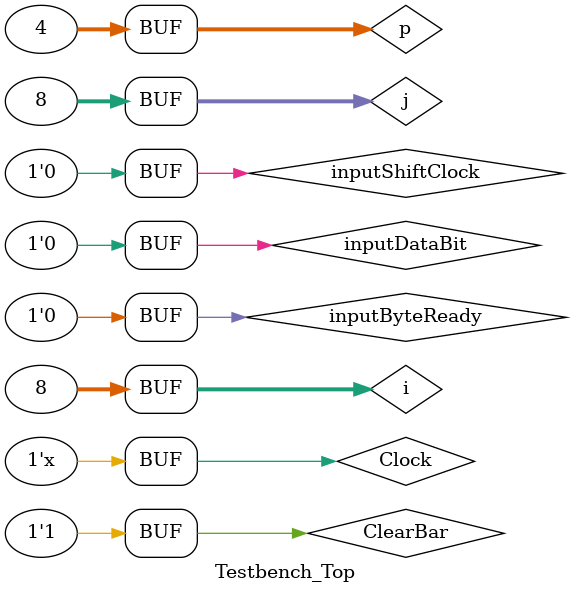
<source format=v>

/*
    Testbench_Top - for top-level Sonar1Chan test
*/

`timescale 1ns / 1ps

module Testbench_Top;

    reg  Clock = 0;
    reg  ClearBar = 1;

	//*************************************************
	
	// simulate Arduino slowly shifting bits in
	reg inputDataBit = 0;
	reg inputShiftClock = 0;
	reg inputByteReady = 0;  // all bits have been shifted in

	//*************************************************
	
	// simulate Arduino gathering bits shifted out
	wire outputBit;
	reg  outputBitShiftClock = 0;
	wire lastBit;
	wire firstBit;
	

    Sonar1Chan #(.RamAddrBits (6), 
                 .MaxSamplesPerMsg (20), //(16), // doesn't have to be a power of 2
                 .ResetCount (5))
				U1 (.Clock50MHz (Clock),        
			  	    .ClearBar (ClearBar),
					   
                    //output TP39,
                    //output TP38,
                    //output TP37,
                    //output TP36,
                       
                     .InputBit           (inputDataBit),
                     .InputBitShiftClock (inputShiftClock),
                     .InputByteDone      (inputByteReady),
                     					   
                     .OutputBit           (outputBit),
                     .OutputBitShiftClock (outputBitShiftClock),
                     .LastBit             (lastBit),
                     .FirstBit            (firstBit),
                       
					 .adc_miso ('h0), // ADC controls
                     .adc_mosi (),
                     .adc_csn  (),
                     .adc_sck  (),               
					 
					 .dac_csn  (),   // DAC controls
                     .dac_sdi  (),  
                     .dac_ldac (), 
                     .dac_sck  ());
                     
	//*************************************************

    //
    // test bench initializations
    //    
	
	reg  [7:0] M1 [0:7]; // ClearSampleBufferMsg
    reg  [7:0] M2 [0:7]; // BeginSamplingMsg    
    reg  [7:0] M3 [0:7]; // SendSamplesMsg    	
	
    initial
    begin
        M1 [0] = 8'h34; M1 [1] = 8'h12; M1 [2] = 8'h08; M1 [3] = 8'h00; M1 [4] = 8'd100; M1 [5] = 8'd00; M1 [6] = 8'h01; M1 [7] = 8'h00; 
        M2 [0] = 8'h34; M2 [1] = 8'h12; M2 [2] = 8'h08; M2 [3] = 8'h00; M2 [4] = 8'd101; M2 [5] = 8'd00; M2 [6] = 8'h02; M2 [7] = 8'h00; 
        M3 [0] = 8'h34; M3 [1] = 8'h12; M3 [2] = 8'h08; M3 [3] = 8'h00; M3 [4] = 8'd102; M3 [5] = 8'd00; M3 [6] = 8'h03; M3 [7] = 8'h00; 
    end		

    initial
    begin
        $display ("module: %m");
    //    $monitor ($time, " state %d, msgByte 0x%h, WriteByte %h", U1.state, U1.MessageByte, U1.WriteDataByte);
                            
            ClearBar = 0;
        #50 ClearBar = 1;
    end
    		         

    //
    // clock period
    //
    always
        #10 Clock = ~Clock;  
        
    integer i, j, p;
		
    initial
    begin
		#20_000 
		
		//******************************************
		//
		// Clear - send ClearSampleBufferMsg 
		//
        for (j=0; j<8; j=j+1) // 8 bytes
        begin
			for (i=0; i<8; i=i+1) // 8 bits per byte
			  begin
				#10 inputDataBit <= M1 [j][7-i];                    
				#10 inputShiftClock <= 1'b1;
				#50 inputShiftClock <= 1'b0;
			  end
		
			  #10 inputByteReady <= 1;
			  #20 inputByteReady <= 0;
        end

        
        //
        // Collect - send BeginSamplingMsg
        //
        #25_000
        for (j=0; j<8; j=j+1) // 8 bytes
        begin
			for (i=0; i<8; i=i+1) // 8 bits per byte
			  begin
				#10 inputDataBit <= M2 [j][7-i];                   
				#10 inputShiftClock <= 1'b1;
				#50 inputShiftClock <= 1'b0;
			  end
		
			  #10 inputByteReady <= 1;
			  #20 inputByteReady <= 0;
        end



        //
        // Send - SendSamples message
        //
        for (p=0; p<4; p=p+1) // send the "send" message this many times
        begin        
            #120000        
            for (j=0; j<8; j=j+1) // 8 bytes
            begin
                for (i=0; i<8; i=i+1) // 8 bits per byte
                  begin
                    #10 inputDataBit <= M3 [j][7-i];  // SendSamplesMsg                    
                    #10 inputShiftClock <= 1'b1;
                    #50 inputShiftClock <= 1'b0;
                  end
            
                  #10 inputByteReady <= 1;
                  #20 inputByteReady <= 0;
            end
        end
        
     end
	 
	//*****************************************************
	//*****************************************************
	//*****************************************************

    // accept and print bytes received from UUT
    
	reg [7:0] rxByte = 0;
	integer k;
	
    reg [10:0] rxByteCount = 0;
    	
	always @ (posedge Clock) begin
		if (firstBit == 1) begin
		    rxByte <= 8'h00;
			for (k=0; k<8; k=k+1) begin
				rxByte [7-k] <= outputBit;
				#100 outputBitShiftClock <= 1'b1;
				#150 outputBitShiftClock <= 1'b0;
		
			end
			
            rxByteCount <= rxByteCount + 1;
            $display ($time, " %d: byte: %h", rxByteCount, rxByte);
		end		
	end
	

endmodule









</source>
